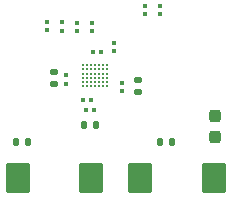
<source format=gbr>
G04 #@! TF.GenerationSoftware,KiCad,Pcbnew,7.0.0*
G04 #@! TF.CreationDate,2024-03-13T15:51:30+01:00*
G04 #@! TF.ProjectId,breakoutBoard_extended,62726561-6b6f-4757-9442-6f6172645f65,rev?*
G04 #@! TF.SameCoordinates,Original*
G04 #@! TF.FileFunction,Paste,Top*
G04 #@! TF.FilePolarity,Positive*
%FSLAX46Y46*%
G04 Gerber Fmt 4.6, Leading zero omitted, Abs format (unit mm)*
G04 Created by KiCad (PCBNEW 7.0.0) date 2024-03-13 15:51:30*
%MOMM*%
%LPD*%
G01*
G04 APERTURE LIST*
G04 Aperture macros list*
%AMRoundRect*
0 Rectangle with rounded corners*
0 $1 Rounding radius*
0 $2 $3 $4 $5 $6 $7 $8 $9 X,Y pos of 4 corners*
0 Add a 4 corners polygon primitive as box body*
4,1,4,$2,$3,$4,$5,$6,$7,$8,$9,$2,$3,0*
0 Add four circle primitives for the rounded corners*
1,1,$1+$1,$2,$3*
1,1,$1+$1,$4,$5*
1,1,$1+$1,$6,$7*
1,1,$1+$1,$8,$9*
0 Add four rect primitives between the rounded corners*
20,1,$1+$1,$2,$3,$4,$5,0*
20,1,$1+$1,$4,$5,$6,$7,0*
20,1,$1+$1,$6,$7,$8,$9,0*
20,1,$1+$1,$8,$9,$2,$3,0*%
G04 Aperture macros list end*
%ADD10RoundRect,0.079500X-0.100500X0.079500X-0.100500X-0.079500X0.100500X-0.079500X0.100500X0.079500X0*%
%ADD11RoundRect,0.250000X0.787500X1.025000X-0.787500X1.025000X-0.787500X-1.025000X0.787500X-1.025000X0*%
%ADD12RoundRect,0.250000X-0.787500X-1.025000X0.787500X-1.025000X0.787500X1.025000X-0.787500X1.025000X0*%
%ADD13RoundRect,0.079500X-0.079500X-0.100500X0.079500X-0.100500X0.079500X0.100500X-0.079500X0.100500X0*%
%ADD14RoundRect,0.147500X0.172500X-0.147500X0.172500X0.147500X-0.172500X0.147500X-0.172500X-0.147500X0*%
%ADD15RoundRect,0.147500X0.147500X0.172500X-0.147500X0.172500X-0.147500X-0.172500X0.147500X-0.172500X0*%
%ADD16C,0.250000*%
%ADD17RoundRect,0.079500X0.100500X-0.079500X0.100500X0.079500X-0.100500X0.079500X-0.100500X-0.079500X0*%
%ADD18RoundRect,0.147500X-0.147500X-0.172500X0.147500X-0.172500X0.147500X0.172500X-0.147500X0.172500X0*%
%ADD19RoundRect,0.079500X0.079500X0.100500X-0.079500X0.100500X-0.079500X-0.100500X0.079500X-0.100500X0*%
%ADD20RoundRect,0.237500X-0.237500X0.287500X-0.237500X-0.287500X0.237500X-0.287500X0.237500X0.287500X0*%
G04 APERTURE END LIST*
D10*
X57277000Y-37816000D03*
X57277000Y-38506000D03*
D11*
X65724500Y-49276000D03*
X59499500Y-49276000D03*
D12*
X49147000Y-49276000D03*
X55372000Y-49276000D03*
D13*
X56213000Y-38562000D03*
X55523000Y-38562000D03*
D10*
X55426000Y-36809000D03*
X55426000Y-36119000D03*
D14*
X52197000Y-41275000D03*
X52197000Y-40305000D03*
D15*
X55761000Y-44785000D03*
X54791000Y-44785000D03*
X49992000Y-46228000D03*
X49022000Y-46228000D03*
D16*
X54630000Y-39719000D03*
X54980000Y-39719000D03*
X55330000Y-39719000D03*
X55680000Y-39719000D03*
X56030000Y-39719000D03*
X56380000Y-39719000D03*
X56730000Y-39719000D03*
X54630000Y-40069000D03*
X54980000Y-40069000D03*
X55330000Y-40069000D03*
X55680000Y-40069000D03*
X56030000Y-40069000D03*
X56380000Y-40069000D03*
X56730000Y-40069000D03*
X54630000Y-40419000D03*
X54980000Y-40419000D03*
X55330000Y-40419000D03*
X55680000Y-40419000D03*
X56030000Y-40419000D03*
X56380000Y-40419000D03*
X56730000Y-40419000D03*
X54630000Y-40769000D03*
X54980000Y-40769000D03*
X55330000Y-40769000D03*
X55680000Y-40769000D03*
X56030000Y-40769000D03*
X56380000Y-40769000D03*
X56730000Y-40769000D03*
X54630000Y-41119000D03*
X54980000Y-41119000D03*
X55330000Y-41119000D03*
X55680000Y-41119000D03*
X56030000Y-41119000D03*
X56380000Y-41119000D03*
X56730000Y-41119000D03*
X54630000Y-41469000D03*
X54980000Y-41469000D03*
X55330000Y-41469000D03*
X55680000Y-41469000D03*
X56030000Y-41469000D03*
X56380000Y-41469000D03*
X56730000Y-41469000D03*
D10*
X54156000Y-36784000D03*
X54156000Y-36094000D03*
D14*
X59363000Y-41945000D03*
X59363000Y-40975000D03*
D17*
X59880500Y-35394500D03*
X59880500Y-34704500D03*
X61214000Y-34704500D03*
X61214000Y-35394500D03*
D10*
X52886000Y-36085500D03*
X52886000Y-36775500D03*
D18*
X61214000Y-46228000D03*
X62184000Y-46228000D03*
D17*
X57966000Y-41874000D03*
X57966000Y-41184000D03*
D19*
X55608000Y-43515000D03*
X54918000Y-43515000D03*
D17*
X53267000Y-40569000D03*
X53267000Y-41259000D03*
D19*
X54664000Y-42626000D03*
X55354000Y-42626000D03*
D10*
X51616000Y-36750500D03*
X51616000Y-36060500D03*
D20*
X65849500Y-44005500D03*
X65849500Y-45755500D03*
M02*

</source>
